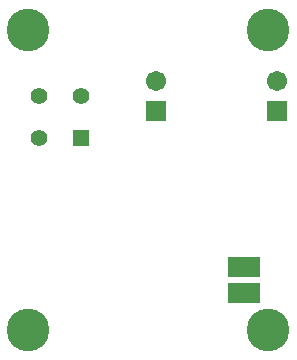
<source format=gbr>
G04 EAGLE Gerber RS-274X export*
G75*
%MOMM*%
%FSLAX34Y34*%
%LPD*%
%INSoldermask Bottom*%
%IPPOS*%
%AMOC8*
5,1,8,0,0,1.08239X$1,22.5*%
G01*
%ADD10R,2.794000X1.778000*%
%ADD11C,3.617600*%
%ADD12R,1.409600X1.409600*%
%ADD13C,1.409600*%
%ADD14R,1.706600X1.706600*%
%ADD15C,1.706600*%


D10*
X208280Y57150D03*
X208280Y78740D03*
D11*
X25400Y279400D03*
X228600Y279400D03*
X25400Y25400D03*
X228600Y25400D03*
D12*
X70070Y187740D03*
D13*
X70070Y223740D03*
X34070Y223740D03*
X34070Y187740D03*
D14*
X133350Y210820D03*
D15*
X133350Y236220D03*
D14*
X236220Y210820D03*
D15*
X236220Y236220D03*
M02*

</source>
